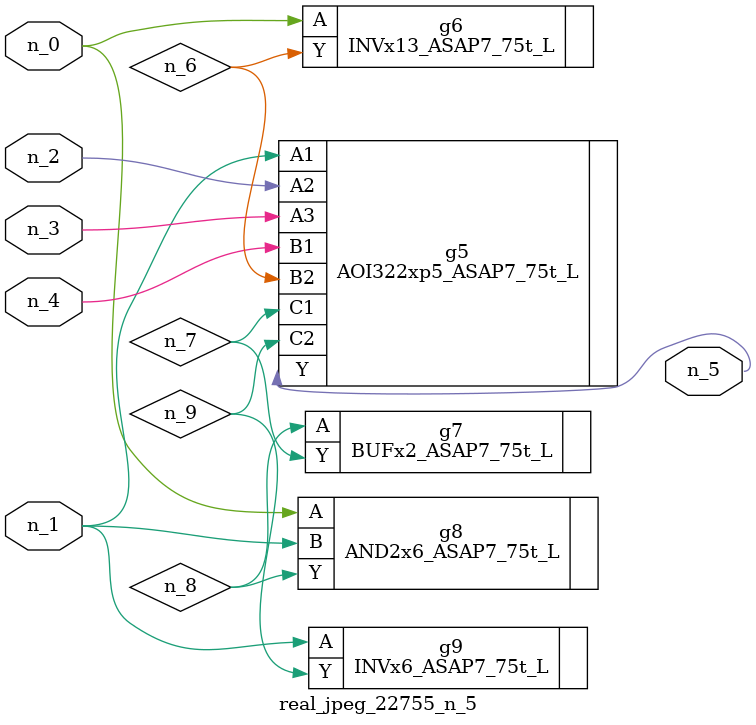
<source format=v>
module real_jpeg_22755_n_5 (n_4, n_0, n_1, n_2, n_3, n_5);

input n_4;
input n_0;
input n_1;
input n_2;
input n_3;

output n_5;

wire n_8;
wire n_6;
wire n_7;
wire n_9;

INVx13_ASAP7_75t_L g6 ( 
.A(n_0),
.Y(n_6)
);

AND2x6_ASAP7_75t_L g8 ( 
.A(n_0),
.B(n_1),
.Y(n_8)
);

AOI322xp5_ASAP7_75t_L g5 ( 
.A1(n_1),
.A2(n_2),
.A3(n_3),
.B1(n_4),
.B2(n_6),
.C1(n_7),
.C2(n_9),
.Y(n_5)
);

INVx6_ASAP7_75t_L g9 ( 
.A(n_1),
.Y(n_9)
);

BUFx2_ASAP7_75t_L g7 ( 
.A(n_8),
.Y(n_7)
);


endmodule
</source>
